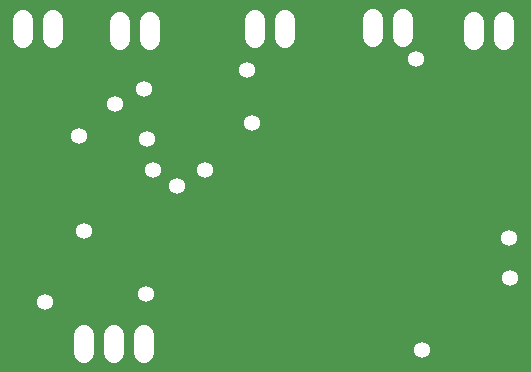
<source format=gbr>
G04 EAGLE Gerber RS-274X export*
G75*
%MOMM*%
%FSLAX34Y34*%
%LPD*%
%INSoldermask Bottom*%
%IPNEG*%
%AMOC8*
5,1,8,0,0,1.08239X$1,22.5*%
G01*
%ADD10C,1.727200*%
%ADD11C,1.359600*%


D10*
X60250Y319370D02*
X60250Y304130D01*
X34850Y304130D02*
X34850Y319370D01*
X142600Y318270D02*
X142600Y303030D01*
X117200Y303030D02*
X117200Y318270D01*
X256600Y319520D02*
X256600Y304280D01*
X231200Y304280D02*
X231200Y319520D01*
X356850Y320770D02*
X356850Y305530D01*
X331450Y305530D02*
X331450Y320770D01*
X442100Y318270D02*
X442100Y303030D01*
X416700Y303030D02*
X416700Y318270D01*
X137600Y53020D02*
X137600Y37780D01*
X112200Y37780D02*
X112200Y53020D01*
X86800Y53020D02*
X86800Y37780D01*
D11*
X86250Y141250D03*
X228750Y232500D03*
X53750Y81250D03*
X138750Y87500D03*
X372500Y40000D03*
X140000Y218750D03*
X112500Y248750D03*
X446250Y135000D03*
X145000Y192500D03*
X367500Y286250D03*
X225000Y277500D03*
X447500Y101250D03*
X137500Y261250D03*
X188750Y192500D03*
X82500Y221250D03*
X165000Y178750D03*
M02*

</source>
